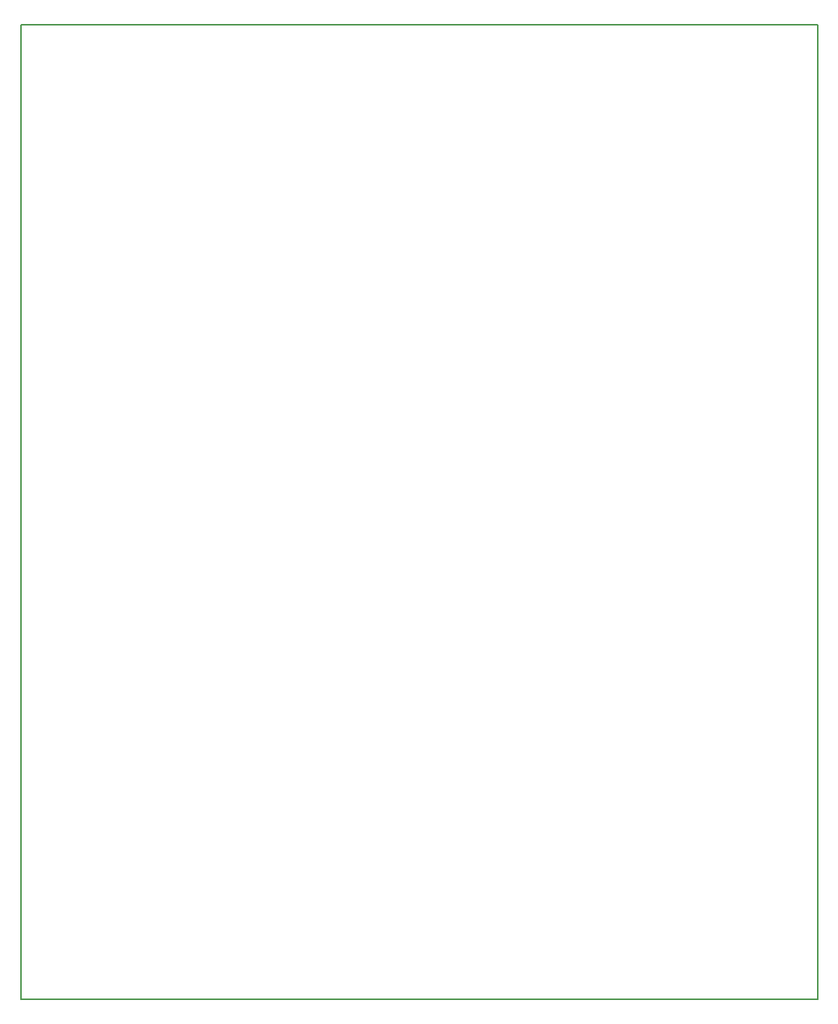
<source format=gbr>
G04 Layer_Color=16711935*
%FSLAX45Y45*%
%MOMM*%
%TF.FileFunction,Keep-out,Top*%
%TF.Part,Single*%
G01*
G75*
%TA.AperFunction,NonConductor*%
%ADD52C,0.15200*%
D52*
X9000000Y0D02*
Y11000000D01*
X0D02*
X9000000D01*
X0Y0D02*
Y11000000D01*
Y0D02*
X9000000D01*
%TF.MD5,c917a1bc34089796947d2e7682c743fd*%
M02*

</source>
